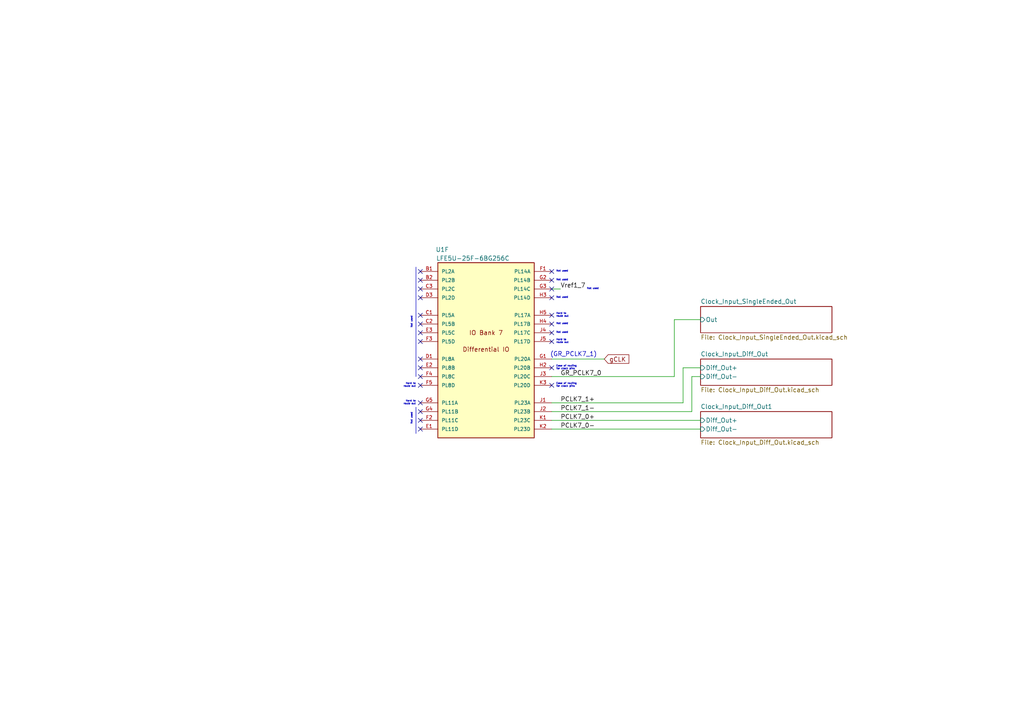
<source format=kicad_sch>
(kicad_sch (version 20250114) (generator "eeschema") (generator_version "9.0")
  (paper "A4")
  (lib_symbols
    (symbol "1_Symbol_Library:LFE5U-25F-6BG256C" (pin_names (offset 1.016))
      (property "Reference" "U" (at -0.762 -3.302 0))
      (property "Value" "LFE5U-25F-6BG256C" (at -40.132 47.498 0))
      (symbol "LFE5U-25F-6BG256C_1_0"
        (rectangle (start -11.43 20.32) (end 12.7 -25.4) (stroke (width 0.254)) (fill (type background)))
        (pin bidirectional line (at -16.51 17.78 0) (length 5.08) (name "PT4A") (number "A2"))
        (pin bidirectional line (at -16.51 15.24 0) (length 5.08) (name "PT4B") (number "B3"))
        (pin bidirectional line (at -16.51 10.16 0) (length 5.08) (name "PT6A") (number "A3"))
        (pin bidirectional line (at -16.51 7.62 0) (length 5.08) (name "PT6B") (number "A4"))
        (pin bidirectional line (at -16.51 2.54 0) (length 5.08) (name "PT9A") (number "E4"))
        (pin bidirectional line (at -16.51 0 0) (length 5.08) (name "PT9B") (number "D4"))
        (pin bidirectional line (at -16.51 -5.08 0) (length 5.08) (name "PT11A") (number "C4"))
        (pin bidirectional line (at -16.51 -7.62 0) (length 5.08) (name "PT11B") (number "B4"))
        (pin bidirectional line (at -16.51 -12.7 0) (length 5.08) (name "PT13A") (number "E5"))
        (pin bidirectional line (at -16.51 -15.24 0) (length 5.08) (name "PT13B") (number "D5"))
        (pin bidirectional line (at -16.51 -20.32 0) (length 5.08) (name "PT15A") (number "C5"))
        (pin bidirectional line (at -16.51 -22.86 0) (length 5.08) (name "PT15B") (number "B5"))
        (pin bidirectional line (at 17.78 17.78 180) (length 5.08) (name "PT18A") (number "A5"))
        (pin bidirectional line (at 17.78 15.24 180) (length 5.08) (name "PT18B") (number "A6"))
        (pin bidirectional line (at 17.78 10.16 180) (length 5.08) (name "PT20A") (number "E6"))
        (pin bidirectional line (at 17.78 7.62 180) (length 5.08) (name "PT20B") (number "D6"))
        (pin bidirectional line (at 17.78 2.54 180) (length 5.08) (name "PT22A") (number "C6"))
        (pin bidirectional line (at 17.78 0 180) (length 5.08) (name "PT22B") (number "B6"))
        (pin bidirectional line (at 17.78 -5.08 180) (length 5.08) (name "PT24A") (number "E7"))
        (pin bidirectional line (at 17.78 -7.62 180) (length 5.08) (name "PT24B") (number "D7"))
        (pin bidirectional line (at 17.78 -12.7 180) (length 5.08) (name "PT27A") (number "C7"))
        (pin bidirectional line (at 17.78 -15.24 180) (length 5.08) (name "PT27B") (number "B7"))
        (pin bidirectional line (at 17.78 -20.32 180) (length 5.08) (name "PT29A") (number "A7"))
        (pin bidirectional line (at 17.78 -22.86 180) (length 5.08) (name "PT29B") (number "A8"))
      )
      (symbol "LFE5U-25F-6BG256C_1_1"
        (text "IO Bank 0" (at 0 2.54 0) (effects (font (size 1.27 1.27))))
      )
      (symbol "LFE5U-25F-6BG256C_2_0"
        (rectangle (start -13.97 27.94) (end 13.97 -33.02) (stroke (width 0.254)) (fill (type background)))
        (pin bidirectional line (at -19.05 25.4 0) (length 5.08) (name "PT33A") (number "E8"))
        (pin bidirectional line (at -19.05 22.86 0) (length 5.08) (name "PT33B") (number "D8"))
        (pin bidirectional line (at -19.05 17.78 0) (length 5.08) (name "PT35A") (number "C8"))
        (pin bidirectional line (at -19.05 15.24 0) (length 5.08) (name "PT35B") (number "B8"))
        (pin bidirectional line (at -19.05 10.16 0) (length 5.08) (name "PT38A") (number "B9"))
        (pin bidirectional line (at -19.05 7.62 0) (length 5.08) (name "PT38B") (number "C9"))
        (pin bidirectional line (at -19.05 2.54 0) (length 5.08) (name "PT40A") (number "D9"))
        (pin bidirectional line (at -19.05 0 0) (length 5.08) (name "PT40B") (number "E9"))
        (pin bidirectional line (at -19.05 -5.08 0) (length 5.08) (name "PT42A") (number "A9"))
        (pin bidirectional line (at -19.05 -7.62 0) (length 5.08) (name "PT42B") (number "A10"))
        (pin bidirectional line (at -19.05 -12.7 0) (length 5.08) (name "PT44A") (number "B10"))
        (pin bidirectional line (at -19.05 -15.24 0) (length 5.08) (name "PT44B") (number "C10"))
        (pin bidirectional line (at -19.05 -20.32 0) (length 5.08) (name "PT47A") (number "D10"))
        (pin bidirectional line (at -19.05 -22.86 0) (length 5.08) (name "PT47B") (number "E10"))
        (pin bidirectional line (at -19.05 -27.94 0) (length 5.08) (name "PT49A") (number "B11"))
        (pin bidirectional line (at -19.05 -30.48 0) (length 5.08) (name "PT49B") (number "C11"))
        (pin bidirectional line (at 19.05 25.4 180) (length 5.08) (name "PT51A") (number "D11"))
        (pin bidirectional line (at 19.05 22.86 180) (length 5.08) (name "PT51B") (number "E11"))
        (pin bidirectional line (at 19.05 17.78 180) (length 5.08) (name "PT53A") (number "A11"))
        (pin bidirectional line (at 19.05 15.24 180) (length 5.08) (name "PT53B") (number "A12"))
        (pin bidirectional line (at 19.05 10.16 180) (length 5.08) (name "PT56A") (number "B12"))
        (pin bidirectional line (at 19.05 7.62 180) (length 5.08) (name "PT56B") (number "C12"))
        (pin bidirectional line (at 19.05 2.54 180) (length 5.08) (name "PT58A") (number "D12"))
        (pin bidirectional line (at 19.05 0 180) (length 5.08) (name "PT58B") (number "E12"))
        (pin bidirectional line (at 19.05 -5.08 180) (length 5.08) (name "PT60A") (number "B13"))
        (pin bidirectional line (at 19.05 -7.62 180) (length 5.08) (name "PT60B") (number "C13"))
        (pin bidirectional line (at 19.05 -12.7 180) (length 5.08) (name "PT62A") (number "D13"))
        (pin bidirectional line (at 19.05 -15.24 180) (length 5.08) (name "PT62B") (number "E13"))
        (pin bidirectional line (at 19.05 -20.32 180) (length 5.08) (name "PT65A") (number "A13"))
        (pin bidirectional line (at 19.05 -22.86 180) (length 5.08) (name "PT65B") (number "A14"))
        (pin bidirectional line (at 19.05 -27.94 180) (length 5.08) (name "PT67A") (number "B14"))
        (pin bidirectional line (at 19.05 -30.48 180) (length 5.08) (name "PT67B") (number "A15"))
      )
      (symbol "LFE5U-25F-6BG256C_2_1"
        (text "IO Bank 1" (at 0 2.54 0) (effects (font (size 1.27 1.27))))
        (text "Differential IO" (at 0 -2.032 0) (effects (font (size 1.27 1.27))))
      )
      (symbol "LFE5U-25F-6BG256C_3_0"
        (rectangle (start -13.97 22.86) (end 13.97 -27.94) (stroke (width 0.254)) (fill (type background)))
        (pin bidirectional line (at -19.05 20.32 0) (length 5.08) (name "PR2A") (number "B16"))
        (pin bidirectional line (at -19.05 17.78 0) (length 5.08) (name "PR2B") (number "B15"))
        (pin bidirectional line (at -19.05 15.24 0) (length 5.08) (name "PR2C") (number "C14"))
        (pin bidirectional line (at -19.05 12.7 0) (length 5.08) (name "PR2D") (number "D14"))
        (pin bidirectional line (at -19.05 7.62 0) (length 5.08) (name "PR5A") (number "C16"))
        (pin bidirectional line (at -19.05 5.08 0) (length 5.08) (name "PR5B") (number "C15"))
        (pin bidirectional line (at -19.05 2.54 0) (length 5.08) (name "PR5C") (number "E14"))
        (pin bidirectional line (at -19.05 0 0) (length 5.08) (name "PR5D") (number "F14"))
        (pin bidirectional line (at -19.05 -5.08 0) (length 5.08) (name "PR8A") (number "D16"))
        (pin bidirectional line (at -19.05 -7.62 0) (length 5.08) (name "PR8B") (number "E15"))
        (pin bidirectional line (at -19.05 -10.16 0) (length 5.08) (name "PR8C") (number "F13"))
        (pin bidirectional line (at -19.05 -12.7 0) (length 5.08) (name "PR8D") (number "F12"))
        (pin bidirectional line (at -19.05 -17.78 0) (length 5.08) (name "PR11A") (number "G12"))
        (pin bidirectional line (at -19.05 -20.32 0) (length 5.08) (name "PR11B") (number "G13"))
        (pin bidirectional line (at -19.05 -22.86 0) (length 5.08) (name "PR11C") (number "F15"))
        (pin bidirectional line (at -19.05 -25.4 0) (length 5.08) (name "PR11D") (number "E16"))
        (pin bidirectional line (at 19.05 20.32 180) (length 5.08) (name "PR14A") (number "F16"))
        (pin bidirectional line (at 19.05 17.78 180) (length 5.08) (name "PR14B") (number "G15"))
        (pin bidirectional line (at 19.05 15.24 180) (length 5.08) (name "PR14C") (number "G14"))
        (pin bidirectional line (at 19.05 12.7 180) (length 5.08) (name "PR14D") (number "H14"))
        (pin bidirectional line (at 19.05 7.62 180) (length 5.08) (name "PR17A") (number "H12"))
        (pin bidirectional line (at 19.05 5.08 180) (length 5.08) (name "PR17B") (number "H13"))
        (pin bidirectional line (at 19.05 2.54 180) (length 5.08) (name "PR17C") (number "J13"))
        (pin bidirectional line (at 19.05 0 180) (length 5.08) (name "PR17D") (number "J12"))
        (pin bidirectional line (at 19.05 -5.08 180) (length 5.08) (name "PR20A") (number "G16"))
        (pin bidirectional line (at 19.05 -7.62 180) (length 5.08) (name "PR20B") (number "H15"))
        (pin bidirectional line (at 19.05 -10.16 180) (length 5.08) (name "PR20C") (number "J14"))
        (pin bidirectional line (at 19.05 -12.7 180) (length 5.08) (name "PR20D") (number "K14"))
        (pin bidirectional line (at 19.05 -17.78 180) (length 5.08) (name "PR23A") (number "J16"))
        (pin bidirectional line (at 19.05 -20.32 180) (length 5.08) (name "PR23B") (number "J15"))
        (pin bidirectional line (at 19.05 -22.86 180) (length 5.08) (name "PR23C") (number "K16"))
        (pin bidirectional line (at 19.05 -25.4 180) (length 5.08) (name "PR23D") (number "K15"))
      )
      (symbol "LFE5U-25F-6BG256C_3_1"
        (text "IO Bank 2" (at 0 2.54 0) (effects (font (size 1.27 1.27))))
        (text "Differential IO" (at 0 -2.286 0) (effects (font (size 1.27 1.27))))
      )
      (symbol "LFE5U-25F-6BG256C_4_0"
        (rectangle (start -12.7 22.86) (end 12.7 -27.94) (stroke (width 0.254)) (fill (type background)))
        (pin bidirectional line (at -17.78 20.32 0) (length 5.08) (name "PR26A") (number "L16"))
        (pin bidirectional line (at -17.78 17.78 0) (length 5.08) (name "PR26B") (number "L15"))
        (pin bidirectional line (at -17.78 15.24 0) (length 5.08) (name "PR26C") (number "M16"))
        (pin bidirectional line (at -17.78 12.7 0) (length 5.08) (name "PR26D") (number "M15"))
        (pin bidirectional line (at -17.78 7.62 0) (length 5.08) (name "PR29A") (number "K13"))
        (pin bidirectional line (at -17.78 5.08 0) (length 5.08) (name "PR29B") (number "K12"))
        (pin bidirectional line (at -17.78 2.54 0) (length 5.08) (name "PR29C") (number "L13"))
        (pin bidirectional line (at -17.78 0 0) (length 5.08) (name "PR29D") (number "L12"))
        (pin bidirectional line (at -17.78 -5.08 0) (length 5.08) (name "PR32A") (number "N16"))
        (pin bidirectional line (at -17.78 -7.62 0) (length 5.08) (name "PR32B") (number "P15"))
        (pin bidirectional line (at -17.78 -10.16 0) (length 5.08) (name "PR32C") (number "L14"))
        (pin bidirectional line (at -17.78 -12.7 0) (length 5.08) (name "PR32D") (number "M14"))
        (pin bidirectional line (at -17.78 -17.78 0) (length 5.08) (name "PR35A") (number "P16"))
        (pin bidirectional line (at -17.78 -20.32 0) (length 5.08) (name "PR35B") (number "R16"))
        (pin bidirectional line (at -17.78 -22.86 0) (length 5.08) (name "PR35C") (number "M13"))
        (pin bidirectional line (at -17.78 -25.4 0) (length 5.08) (name "PR35D") (number "N14"))
        (pin bidirectional line (at 17.78 20.32 180) (length 5.08) (name "PR38A") (number "N13"))
        (pin bidirectional line (at 17.78 17.78 180) (length 5.08) (name "PR38B") (number "P14"))
        (pin bidirectional line (at 17.78 15.24 180) (length 5.08) (name "PR38C") (number "R15"))
        (pin bidirectional line (at 17.78 12.7 180) (length 5.08) (name "PR38D") (number "T15"))
        (pin bidirectional line (at 17.78 7.62 180) (length 5.08) (name "PR41A") (number "P13"))
        (pin bidirectional line (at 17.78 5.08 180) (length 5.08) (name "PR41B") (number "R14"))
        (pin bidirectional line (at 17.78 2.54 180) (length 5.08) (name "PR41C") (number "R13"))
        (pin bidirectional line (at 17.78 0 180) (length 5.08) (name "PR41D") (number "T14"))
        (pin bidirectional line (at 17.78 -5.08 180) (length 5.08) (name "PR44A") (number "R12"))
        (pin bidirectional line (at 17.78 -7.62 180) (length 5.08) (name "PR44B") (number "T13"))
        (pin bidirectional line (at 17.78 -10.16 180) (length 5.08) (name "PR44C") (number "M12"))
        (pin bidirectional line (at 17.78 -12.7 180) (length 5.08) (name "PR44D") (number "N12"))
        (pin bidirectional line (at 17.78 -17.78 180) (length 5.08) (name "PR47A") (number "M11"))
        (pin bidirectional line (at 17.78 -20.32 180) (length 5.08) (name "PR47B") (number "N11"))
        (pin bidirectional line (at 17.78 -22.86 180) (length 5.08) (name "PR47C") (number "P11"))
        (pin bidirectional line (at 17.78 -25.4 180) (length 5.08) (name "PR47D") (number "P12"))
      )
      (symbol "LFE5U-25F-6BG256C_4_1"
        (text "IO Bank 3" (at 0 2.54 0) (effects (font (size 1.27 1.27))))
      )
      (symbol "LFE5U-25F-6BG256C_5_0"
        (rectangle (start -13.97 22.86) (end 13.97 -27.94) (stroke (width 0.254)) (fill (type background)))
        (pin bidirectional line (at -19.05 20.32 0) (length 5.08) (name "PL26A") (number "L1"))
        (pin bidirectional line (at -19.05 17.78 0) (length 5.08) (name "PL26B") (number "L2"))
        (pin bidirectional line (at -19.05 15.24 0) (length 5.08) (name "PL26C") (number "M1"))
        (pin bidirectional line (at -19.05 12.7 0) (length 5.08) (name "PL26D") (number "M2"))
        (pin bidirectional line (at -19.05 7.62 0) (length 5.08) (name "PL29A") (number "K4"))
        (pin bidirectional line (at -19.05 5.08 0) (length 5.08) (name "PL29B") (number "K5"))
        (pin bidirectional line (at -19.05 2.54 0) (length 5.08) (name "PL29C") (number "L4"))
        (pin bidirectional line (at -19.05 0 0) (length 5.08) (name "PL29D") (number "L5"))
        (pin bidirectional line (at -19.05 -5.08 0) (length 5.08) (name "PL32A") (number "N1"))
        (pin bidirectional line (at -19.05 -7.62 0) (length 5.08) (name "PL32B") (number "P2"))
        (pin bidirectional line (at -19.05 -10.16 0) (length 5.08) (name "PL32C") (number "L3"))
        (pin bidirectional line (at -19.05 -12.7 0) (length 5.08) (name "PL32D") (number "M3"))
        (pin bidirectional line (at -19.05 -17.78 0) (length 5.08) (name "PL35A") (number "P1"))
        (pin bidirectional line (at -19.05 -20.32 0) (length 5.08) (name "PL35B") (number "R1"))
        (pin bidirectional line (at -19.05 -22.86 0) (length 5.08) (name "PL35C") (number "M4"))
        (pin bidirectional line (at -19.05 -25.4 0) (length 5.08) (name "PL35D") (number "N3"))
        (pin bidirectional line (at 19.05 20.32 180) (length 5.08) (name "PL38A") (number "N4"))
        (pin bidirectional line (at 19.05 17.78 180) (length 5.08) (name "PL38B") (number "P3"))
        (pin bidirectional line (at 19.05 15.24 180) (length 5.08) (name "PL38C") (number "R2"))
        (pin bidirectional line (at 19.05 12.7 180) (length 5.08) (name "PL38D") (number "T2"))
        (pin bidirectional line (at 19.05 7.62 180) (length 5.08) (name "PL41A") (number "P4"))
        (pin bidirectional line (at 19.05 5.08 180) (length 5.08) (name "PL41B") (number "R3"))
        (pin bidirectional line (at 19.05 2.54 180) (length 5.08) (name "PL41C") (number "R4"))
        (pin bidirectional line (at 19.05 0 180) (length 5.08) (name "PL41D") (number "T3"))
        (pin bidirectional line (at 19.05 -5.08 180) (length 5.08) (name "PL44A") (number "R5"))
        (pin bidirectional line (at 19.05 -7.62 180) (length 5.08) (name "PL44B") (number "T4"))
        (pin bidirectional line (at 19.05 -10.16 180) (length 5.08) (name "PL44C") (number "M5"))
        (pin bidirectional line (at 19.05 -12.7 180) (length 5.08) (name "PL44D") (number "N5"))
        (pin bidirectional line (at 19.05 -17.78 180) (length 5.08) (name "PL47A") (number "M6"))
        (pin bidirectional line (at 19.05 -20.32 180) (length 5.08) (name "PL47B") (number "N6"))
        (pin bidirectional line (at 19.05 -22.86 180) (length 5.08) (name "PL47C") (number "P6"))
        (pin bidirectional line (at 19.05 -25.4 180) (length 5.08) (name "PL47D") (number "P5"))
      )
      (symbol "LFE5U-25F-6BG256C_5_1"
        (text "IO Bank 6" (at 0 2.54 0) (effects (font (size 1.27 1.27))))
        (text "Differential IO" (at 0 -2.286 0) (effects (font (size 1.27 1.27))))
      )
      (symbol "LFE5U-25F-6BG256C_6_0"
        (rectangle (start -13.97 22.86) (end 13.97 -27.94) (stroke (width 0.254)) (fill (type background)))
        (pin bidirectional line (at -19.05 20.32 0) (length 5.08) (name "PL2A") (number "B1"))
        (pin bidirectional line (at -19.05 17.78 0) (length 5.08) (name "PL2B") (number "B2"))
        (pin bidirectional line (at -19.05 15.24 0) (length 5.08) (name "PL2C") (number "C3"))
        (pin bidirectional line (at -19.05 12.7 0) (length 5.08) (name "PL2D") (number "D3"))
        (pin bidirectional line (at -19.05 7.62 0) (length 5.08) (name "PL5A") (number "C1"))
        (pin bidirectional line (at -19.05 5.08 0) (length 5.08) (name "PL5B") (number "C2"))
        (pin bidirectional line (at -19.05 2.54 0) (length 5.08) (name "PL5C") (number "E3"))
        (pin bidirectional line (at -19.05 0 0) (length 5.08) (name "PL5D") (number "F3"))
        (pin bidirectional line (at -19.05 -5.08 0) (length 5.08) (name "PL8A") (number "D1"))
        (pin bidirectional line (at -19.05 -7.62 0) (length 5.08) (name "PL8B") (number "E2"))
        (pin bidirectional line (at -19.05 -10.16 0) (length 5.08) (name "PL8C") (number "F4"))
        (pin bidirectional line (at -19.05 -12.7 0) (length 5.08) (name "PL8D") (number "F5"))
        (pin bidirectional line (at -19.05 -17.78 0) (length 5.08) (name "PL11A") (number "G5"))
        (pin bidirectional line (at -19.05 -20.32 0) (length 5.08) (name "PL11B") (number "G4"))
        (pin bidirectional line (at -19.05 -22.86 0) (length 5.08) (name "PL11C") (number "F2"))
        (pin bidirectional line (at -19.05 -25.4 0) (length 5.08) (name "PL11D") (number "E1"))
        (pin bidirectional line (at 19.05 20.32 180) (length 5.08) (name "PL14A") (number "F1"))
        (pin bidirectional line (at 19.05 17.78 180) (length 5.08) (name "PL14B") (number "G2"))
        (pin bidirectional line (at 19.05 15.24 180) (length 5.08) (name "PL14C") (number "G3"))
        (pin bidirectional line (at 19.05 12.7 180) (length 5.08) (name "PL14D") (number "H3"))
        (pin bidirectional line (at 19.05 7.62 180) (length 5.08) (name "PL17A") (number "H5"))
        (pin bidirectional line (at 19.05 5.08 180) (length 5.08) (name "PL17B") (number "H4"))
        (pin bidirectional line (at 19.05 2.54 180) (length 5.08) (name "PL17C") (number "J4"))
        (pin bidirectional line (at 19.05 0 180) (length 5.08) (name "PL17D") (number "J5"))
        (pin bidirectional line (at 19.05 -5.08 180) (length 5.08) (name "PL20A") (number "G1"))
        (pin bidirectional line (at 19.05 -7.62 180) (length 5.08) (name "PL20B") (number "H2"))
        (pin bidirectional line (at 19.05 -10.16 180) (length 5.08) (name "PL20C") (number "J3"))
        (pin bidirectional line (at 19.05 -12.7 180) (length 5.08) (name "PL20D") (number "K3"))
        (pin bidirectional line (at 19.05 -17.78 180) (length 5.08) (name "PL23A") (number "J1"))
        (pin bidirectional line (at 19.05 -20.32 180) (length 5.08) (name "PL23B") (number "J2"))
        (pin bidirectional line (at 19.05 -22.86 180) (length 5.08) (name "PL23C") (number "K1"))
        (pin bidirectional line (at 19.05 -25.4 180) (length 5.08) (name "PL23D") (number "K2"))
      )
      (symbol "LFE5U-25F-6BG256C_6_1"
        (text "IO Bank 7" (at 0 2.54 0) (effects (font (size 1.27 1.27))))
        (text "Differential IO" (at 0 -2.286 0) (effects (font (size 1.27 1.27))))
      )
      (symbol "LFE5U-25F-6BG256C_7_0"
        (rectangle (start -15.24 27.94) (end 15.24 -22.86) (stroke (width 0.254)) (fill (type background)))
        (pin input line (at -20.32 25.4 0) (length 5.08) (name "~{PROGRAM}") (number "R9"))
        (pin input clock (at -20.32 22.86 0) (length 5.08) (name "CCLK") (number "N9"))
        (pin input line (at -20.32 10.16 0) (length 5.08) (name "CFG_0") (number "N10"))
        (pin input line (at -20.32 7.62 0) (length 5.08) (name "CFG_1") (number "P10"))
        (pin input line (at -20.32 5.08 0) (length 5.08) (name "CFG_2") (number "R10"))
        (pin bidirectional line (at -20.32 -5.08 0) (length 5.08) (name "DONE") (number "P9"))
        (pin bidirectional line (at -20.32 -7.62 0) (length 5.08) (name "~{INIT}") (number "T9"))
        (pin bidirectional line (at 20.32 25.4 180) (length 5.08) (name "PB4B/D6/IO6") (number "R6"))
        (pin bidirectional line (at 20.32 22.86 180) (length 5.08) (name "PB4A/D7/IO7") (number "T6"))
        (pin bidirectional line (at 20.32 17.78 180) (length 5.08) (name "PB6B/D4/IO4/MOSI2") (number "P7"))
        (pin bidirectional line (at 20.32 15.24 180) (length 5.08) (name "PB6A/D5/IO5/MISO2") (number "R7"))
        (pin bidirectional line (at 20.32 10.16 180) (length 5.08) (name "PB9A/D3/IO3") (number "N7"))
        (pin bidirectional line (at 20.32 7.62 180) (length 5.08) (name "PB9B/D2/IO2") (number "M7"))
        (pin bidirectional line (at 20.32 2.54 180) (length 5.08) (name "PB11A/D1/IO1/MISO") (number "T7"))
        (pin bidirectional line (at 20.32 0 180) (length 5.08) (name "PB11B/D0/IO0/MOSI") (number "T8"))
        (pin bidirectional line (at 20.32 -5.08 180) (length 5.08) (name "PB13A/~{S}/~{CS}") (number "R8"))
        (pin bidirectional line (at 20.32 -7.62 180) (length 5.08) (name "PB13B/~{CS1}") (number "P8"))
        (pin bidirectional line (at 20.32 -12.7 180) (length 5.08) (name "PB15A/~{HOLD}/DI/BUSY/~{CSSPI}/~{CE}") (number "N8"))
        (pin bidirectional line (at 20.32 -15.24 180) (length 5.08) (name "PB15B/DOUT/~{CSO}") (number "M8"))
        (pin bidirectional line (at 20.32 -20.32 180) (length 5.08) (name "PB18A/~{WRITE}") (number "M9"))
      )
      (symbol "LFE5U-25F-6BG256C_7_1"
        (text "IO Bank 8" (at 0 5.08 0) (effects (font (size 1.27 1.27))))
      )
      (symbol "LFE5U-25F-6BG256C_8_0"
        (rectangle (start -7.62 6.35) (end 2.54 -6.35) (stroke (width 0.254)) (fill (type background)))
        (pin input line (at -12.7 3.81 0) (length 5.08) (name "TMS") (number "T11"))
        (pin input line (at -12.7 1.27 0) (length 5.08) (name "TDI") (number "R11"))
        (pin output line (at -12.7 -1.27 0) (length 5.08) (name "TDO") (number "M10"))
        (pin bidirectional clock (at -12.7 -3.81 0) (length 5.08) (name "TCK") (number "T10"))
      )
      (symbol "LFE5U-25F-6BG256C_8_1"
        (text "JTAG" (at 0 0 0) (effects (font (size 1.27 1.27))))
      )
      (symbol "LFE5U-25F-6BG256C_9_0"
        (rectangle (start -12.7 7.62) (end 59.69 -7.62) (stroke (width 0.254)) (fill (type background)))
        (pin power_in line (at -10.16 12.7 270) (length 5.08) (name "VCC") (number "G6"))
        (pin power_in line (at -10.16 -12.7 90) (length 5.08) (name "GND1") (number "A1"))
        (pin power_in line (at -7.62 -12.7 90) (length 5.08) (name "GND1") (number "A16"))
        (pin power_in line (at -5.08 -12.7 90) (length 5.08) (name "GND1") (number "D2"))
        (pin power_in line (at -2.54 12.7 270) (length 5.08) (name "VCC") (number "G7"))
        (pin power_in line (at -2.54 -12.7 90) (length 5.08) (name "GND1") (number "D15"))
        (pin power_in line (at 0 -12.7 90) (length 5.08) (name "GND1") (number "F8"))
        (pin power_in line (at 2.54 -12.7 90) (length 5.08) (name "GND1") (number "F9"))
        (pin power_in line (at 5.08 12.7 270) (length 5.08) (name "VCC") (number "G9"))
        (pin power_in line (at 5.08 -12.7 90) (length 5.08) (name "GND1") (number "G8"))
        (pin power_in line (at 7.62 -12.7 90) (length 5.08) (name "GND1") (number "G10"))
        (pin power_in line (at 10.16 -12.7 90) (length 5.08) (name "GND1") (number "H1"))
        (pin power_in line (at 12.7 12.7 270) (length 5.08) (name "VCC") (number "L8"))
        (pin power_in line (at 12.7 -12.7 90) (length 5.08) (name "GND1") (number "H8"))
        (pin power_in line (at 15.24 -12.7 90) (length 5.08) (name "GND1") (number "H9"))
        (pin power_in line (at 17.78 -12.7 90) (length 5.08) (name "GND1") (number "H10"))
        (pin power_in line (at 20.32 12.7 270) (length 5.08) (name "VCC") (number "L9"))
        (pin power_in line (at 20.32 -12.7 90) (length 5.08) (name "GND1") (number "H16"))
        (pin power_in line (at 25.4 -12.7 90) (length 5.08) (name "GND2") (number "J8"))
        (pin power_in line (at 27.94 12.7 270) (length 5.08) (name "VCC") (number "L10"))
        (pin power_in line (at 27.94 -12.7 90) (length 5.08) (name "GND2") (number "J9"))
        (pin power_in line (at 30.48 -12.7 90) (length 5.08) (name "GND2") (number "J10"))
        (pin power_in line (at 33.02 -12.7 90) (length 5.08) (name "GND2") (number "K6"))
        (pin power_in line (at 35.56 -12.7 90) (length 5.08) (name "GND2") (number "K7"))
        (pin power_in line (at 38.1 -12.7 90) (length 5.08) (name "GND2") (number "K8"))
        (pin power_in line (at 40.64 -12.7 90) (length 5.08) (name "GND2") (number "K9"))
        (pin power_in line (at 43.18 -12.7 90) (length 5.08) (name "GND2") (number "K10"))
        (pin power_in line (at 45.72 -12.7 90) (length 5.08) (name "GND2") (number "N2"))
        (pin power_in line (at 48.26 -12.7 90) (length 5.08) (name "GND2") (number "N15"))
        (pin power_in line (at 49.53 12.7 270) (length 5.08) (name "VCCAUX") (number "G11"))
        (pin power_in line (at 50.8 -12.7 90) (length 5.08) (name "GND2") (number "T1"))
        (pin power_in line (at 53.34 -12.7 90) (length 5.08) (name "GND2") (number "T5"))
        (pin power_in line (at 55.88 -12.7 90) (length 5.08) (name "GND2") (number "T12"))
        (pin power_in line (at 57.15 12.7 270) (length 5.08) (name "VCCAUX") (number "L7"))
        (pin power_in line (at 58.42 -12.7 90) (length 5.08) (name "GND2") (number "T16"))
      )
      (symbol "LFE5U-25F-6BG256C_10_0"
        (rectangle (start -8.89 25.4) (end 8.89 -35.56) (stroke (width 0.254)) (fill (type background)))
        (pin power_in line (at -13.97 22.86 0) (length 5.08) (name "VCCIO1") (number "F10"))
        (pin power_in line (at -13.97 20.32 0) (length 5.08) (name "VCCIO1") (number "F11"))
        (pin power_in line (at -13.97 5.08 0) (length 5.08) (name "VCCIO3") (number "K11"))
        (pin power_in line (at -13.97 2.54 0) (length 5.08) (name "VCCIO3") (number "L11"))
        (pin power_in line (at -13.97 -12.7 0) (length 5.08) (name "VCCIO7") (number "H6"))
        (pin power_in line (at -13.97 -15.24 0) (length 5.08) (name "VCCIO7") (number "H7"))
        (pin power_in line (at 13.97 22.86 180) (length 5.08) (name "VCCIO0") (number "F6"))
        (pin power_in line (at 13.97 20.32 180) (length 5.08) (name "VCCIO0") (number "F7"))
        (pin power_in line (at 13.97 5.08 180) (length 5.08) (name "VCCIO2") (number "H11"))
        (pin power_in line (at 13.97 2.54 180) (length 5.08) (name "VCCIO2") (number "J11"))
        (pin power_in line (at 13.97 -12.7 180) (length 5.08) (name "VCCIO6") (number "J6"))
        (pin power_in line (at 13.97 -15.24 180) (length 5.08) (name "VCCIO6") (number "J7"))
        (pin power_in line (at 13.97 -33.02 180) (length 5.08) (name "VCCIO8") (number "L6"))
      )
    )
  )
  (text "Hard to\nroute out" (at 120.65 116.84 0) (effects (font (size 0.5 0.5)) (justify right)))
  (text "Not used" (at 119.38 123.19 90) (effects (font (size 0.5 0.5)) (justify left)))
  (text "Hard to\nroute out" (at 161.29 99.06 0) (effects (font (size 0.5 0.5)) (justify left)))
  (text "Ease of routing\nfor clock pins" (at 161.29 106.68 0) (effects (font (size 0.5 0.5)) (justify left)))
  (text "Not used" (at 161.29 93.98 0) (effects (font (size 0.5 0.5)) (justify left)))
  (text "Not used" (at 161.29 86.36 0) (effects (font (size 0.5 0.5)) (justify left)))
  (text "Hard to\nroute out" (at 161.29 91.44 0) (effects (font (size 0.5 0.5)) (justify left)))
  (text "Not used" (at 161.29 78.74 0) (effects (font (size 0.5 0.5)) (justify left)))
  (text "Not used" (at 170.18 83.82 0) (effects (font (size 0.5 0.5)) (justify left)))
  (text "Not used" (at 161.29 96.52 0) (effects (font (size 0.5 0.5)) (justify left)))
  (text "Not used" (at 161.29 81.28 0) (effects (font (size 0.5 0.5)) (justify left)))
  (text "Not used" (at 119.38 95.25 90) (effects (font (size 0.5 0.5)) (justify left)))
  (text "(GR_PCLK7_1)" (at 166.37 102.87 0) (effects (font (size 1.27 1.27))))
  (text "Ease of routing\nfor clock pins" (at 161.29 111.76 0) (effects (font (size 0.5 0.5)) (justify left)))
  (text "Hard to\nroute out" (at 120.65 111.76 0) (effects (font (size 0.5 0.5)) (justify right)))
  (no_connect (at 121.92 104.14))
  (no_connect (at 121.92 99.06))
  (no_connect (at 160.02 99.06))
  (no_connect (at 121.92 96.52))
  (no_connect (at 160.02 81.28))
  (no_connect (at 160.02 91.44))
  (no_connect (at 121.92 121.92))
  (no_connect (at 160.02 83.82))
  (no_connect (at 121.92 81.28))
  (no_connect (at 121.92 86.36))
  (no_connect (at 121.92 116.84))
  (no_connect (at 160.02 86.36))
  (no_connect (at 121.92 91.44))
  (no_connect (at 121.92 109.22))
  (no_connect (at 121.92 124.46))
  (no_connect (at 160.02 78.74))
  (no_connect (at 160.02 111.76))
  (no_connect (at 121.92 111.76))
  (no_connect (at 121.92 93.98))
  (no_connect (at 160.02 93.98))
  (no_connect (at 121.92 106.68))
  (no_connect (at 160.02 96.52))
  (no_connect (at 160.02 106.68))
  (no_connect (at 121.92 78.74))
  (no_connect (at 121.92 83.82))
  (no_connect (at 121.92 119.38))
  (wire (pts (xy 203.2 109.22) (xy 200.66 109.22)))
  (wire (pts (xy 160.02 121.92) (xy 203.2 121.92)))
  (wire (pts (xy 195.58 92.71) (xy 195.58 109.22)))
  (wire (pts (xy 160.02 83.82) (xy 162.56 83.82)))
  (polyline (pts (xy 120.65 77.47) (xy 120.65 109.22)))
  (wire (pts (xy 160.02 124.46) (xy 203.2 124.46)))
  (wire (pts (xy 160.02 104.14) (xy 175.26 104.14)))
  (wire (pts (xy 203.2 106.68) (xy 198.12 106.68)))
  (wire (pts (xy 200.66 109.22) (xy 200.66 119.38)))
  (wire (pts (xy 160.02 116.84) (xy 198.12 116.84)))
  (wire (pts (xy 160.02 109.22) (xy 195.58 109.22)))
  (polyline (pts (xy 120.65 118.11) (xy 120.65 125.73)))
  (wire (pts (xy 203.2 92.71) (xy 195.58 92.71)))
  (wire (pts (xy 160.02 119.38) (xy 200.66 119.38)))
  (wire (pts (xy 198.12 106.68) (xy 198.12 116.84)))
  (label "PCLK7_0+" (at 162.56 121.92 0))
  (label "PCLK7_0-" (at 162.56 124.46 0))
  (label "PCLK7_1-" (at 162.56 119.38 0))
  (label "GR_PCLK7_0" (at 162.56 109.22 0))
  (label "Vref1_7" (at 162.56 83.82 0))
  (label "PCLK7_1+" (at 162.56 116.84 0))
  (global_label "gCLK" (shape input) (at 175.26 104.14 0) (property "Intersheetrefs" "${INTERSHEET_REFS}" (effects (hide yes))))
  (symbol (lib_id "1_Symbol_Library:LFE5U-25F-6BG256C") (at 140.97 99.06 0) (unit 6)
    (property "Reference" "U1" (at 128.27 72.39 0))
    (property "Value" "LFE5U-25F-6BG256C" (at 137.16 74.93 0))
    (property "Footprint" "1_Footprint_Library:BGA256C80P16X16_1400X1400X170_Masked" (effects (hide yes)))
    (property "Package" "CABGA-256 Lattice Semiconductor" (effects (hide yes)))
    (property "MP" "LFE5U-25F-6BG256C" (effects (hide yes)))
    (property "Description_1" "series Field Programmable Gate Array (FPGA) IC 197 1032192 24000 256-LFBGA" (effects (hide yes)))
  )
  (sheet (at 203.2 104.14) (size 38.1 7.62) (stroke (width 0.1524))
    (property "Sheetname" "Clock_Input_Diff_Out" (at 203.2 103.4284 0) (effects (justify left bottom)))
    (property "Sheetfile" "Clock_Input_Diff_Out.kicad_sch" (at 203.2 112.3446 0) (effects (justify left top)))
    (pin "Diff_Out+" input (at 203.2 106.68 180))
    (pin "Diff_Out-" input (at 203.2 109.22 180))
  )
  (sheet (at 203.2 88.9) (size 38.1 7.62) (stroke (width 0.1524))
    (property "Sheetname" "Clock_Input_SingleEnded_Out" (at 203.2 88.1884 0) (effects (justify left bottom)))
    (property "Sheetfile" "Clock_Input_SingleEnded_Out.kicad_sch" (at 203.2 97.1046 0) (effects (justify left top)))
    (pin "Out" input (at 203.2 92.71 180))
  )
  (sheet (at 203.2 119.38) (size 38.1 7.62) (stroke (width 0.1524))
    (property "Sheetname" "Clock_Input_Diff_Out1" (at 203.2 118.6684 0) (effects (justify left bottom)))
    (property "Sheetfile" "Clock_Input_Diff_Out.kicad_sch" (at 203.2 127.5846 0) (effects (justify left top)))
    (pin "Diff_Out+" input (at 203.2 121.92 180))
    (pin "Diff_Out-" input (at 203.2 124.46 180))
  )
)
</source>
